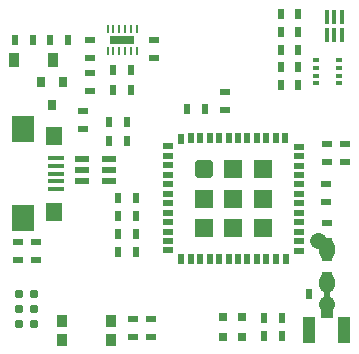
<source format=gtp>
G04*
G04 #@! TF.GenerationSoftware,Altium Limited,Altium Designer,19.0.14 (431)*
G04*
G04 Layer_Color=8421504*
%FSAX25Y25*%
%MOIN*%
G70*
G01*
G75*
%ADD17R,0.01929X0.03740*%
%ADD18R,0.03780X0.01968*%
%ADD19R,0.03740X0.01929*%
%ADD20R,0.03740X0.01929*%
%ADD21R,0.04724X0.02362*%
%ADD22R,0.07480X0.09055*%
%ADD23R,0.05512X0.06299*%
%ADD24R,0.05512X0.01575*%
%ADD25R,0.01378X0.04724*%
%ADD26R,0.01929X0.01772*%
%ADD27R,0.02362X0.03543*%
%ADD28R,0.03543X0.02362*%
%ADD29R,0.00984X0.02756*%
%ADD30R,0.07874X0.03110*%
%ADD31R,0.03583X0.04803*%
%ADD32R,0.03150X0.03543*%
%ADD33R,0.03150X0.03150*%
G04:AMPARAMS|DCode=34|XSize=59.06mil|YSize=59.06mil|CornerRadius=5.91mil|HoleSize=0mil|Usage=FLASHONLY|Rotation=0.000|XOffset=0mil|YOffset=0mil|HoleType=Round|Shape=RoundedRectangle|*
%AMROUNDEDRECTD34*
21,1,0.05906,0.04724,0,0,0.0*
21,1,0.04724,0.05906,0,0,0.0*
1,1,0.01181,0.02362,-0.02362*
1,1,0.01181,-0.02362,-0.02362*
1,1,0.01181,-0.02362,0.02362*
1,1,0.01181,0.02362,0.02362*
%
%ADD34ROUNDEDRECTD34*%
%ADD35R,0.05906X0.05906*%
%ADD36R,0.03937X0.03937*%
%ADD37R,0.04134X0.08661*%
%ADD38C,0.03098*%
%ADD39R,0.03543X0.03937*%
%ADD40C,0.05200*%
D17*
X0801500Y0660327D02*
D03*
X0798311D02*
D03*
X0795161D02*
D03*
X0792012Y0660327D02*
D03*
X0788862Y0660327D02*
D03*
X0785713D02*
D03*
X0782563Y0660327D02*
D03*
X0779453Y0660327D02*
D03*
X0776303Y0660327D02*
D03*
X0773153Y0660327D02*
D03*
X0770004D02*
D03*
X0766815Y0660287D02*
D03*
X0801657Y0620287D02*
D03*
X0798350Y0620287D02*
D03*
X0795161D02*
D03*
X0792012Y0620287D02*
D03*
X0788862D02*
D03*
X0785713D02*
D03*
X0782563Y0620287D02*
D03*
X0779413Y0620287D02*
D03*
X0776303Y0620287D02*
D03*
X0773153Y0620287D02*
D03*
X0769965D02*
D03*
X0766815D02*
D03*
D18*
X0805929Y0622945D02*
D03*
Y0626094D02*
D03*
Y0629244D02*
D03*
Y0632394D02*
D03*
Y0635543D02*
D03*
Y0638693D02*
D03*
Y0641843D02*
D03*
Y0644992D02*
D03*
Y0648142D02*
D03*
Y0651291D02*
D03*
Y0654441D02*
D03*
Y0657590D02*
D03*
X0762386Y0657630D02*
D03*
D19*
X0762366Y0622965D02*
D03*
Y0626114D02*
D03*
Y0629264D02*
D03*
Y0632413D02*
D03*
Y0635563D02*
D03*
Y0638713D02*
D03*
Y0641862D02*
D03*
Y0645012D02*
D03*
Y0651311D02*
D03*
Y0654500D02*
D03*
D20*
X0762366Y0648162D02*
D03*
D21*
X0742827Y0645996D02*
D03*
Y0649736D02*
D03*
Y0653476D02*
D03*
X0733772Y0645996D02*
D03*
Y0649736D02*
D03*
Y0653476D02*
D03*
D22*
X0713890Y0633791D02*
D03*
Y0663319D02*
D03*
D23*
X0724224Y0661154D02*
D03*
Y0635957D02*
D03*
D24*
X0725110Y0653673D02*
D03*
Y0651114D02*
D03*
Y0648555D02*
D03*
Y0645996D02*
D03*
Y0643437D02*
D03*
D25*
X0820386Y0700819D02*
D03*
X0817827D02*
D03*
X0815268D02*
D03*
X0820386Y0694913D02*
D03*
X0817827D02*
D03*
X0815268D02*
D03*
D26*
X0811862Y0678673D02*
D03*
Y0686350D02*
D03*
Y0683791D02*
D03*
Y0681232D02*
D03*
X0819500Y0678673D02*
D03*
Y0686350D02*
D03*
Y0683791D02*
D03*
Y0681232D02*
D03*
D27*
X0717236Y0693043D02*
D03*
X0711331D02*
D03*
X0729047D02*
D03*
X0723142D02*
D03*
X0750110Y0683201D02*
D03*
X0744205D02*
D03*
Y0676508D02*
D03*
X0750110D02*
D03*
X0799913Y0701902D02*
D03*
X0805819D02*
D03*
X0799913Y0695898D02*
D03*
X0805819D02*
D03*
X0799913Y0689894D02*
D03*
X0805819D02*
D03*
X0799913Y0683988D02*
D03*
X0805819D02*
D03*
X0799913Y0678083D02*
D03*
X0805819D02*
D03*
X0794402Y0600524D02*
D03*
X0800307D02*
D03*
X0794402Y0594520D02*
D03*
X0800307D02*
D03*
X0748732Y0665681D02*
D03*
X0742827D02*
D03*
X0748732Y0659579D02*
D03*
X0742827D02*
D03*
X0745780Y0640469D02*
D03*
X0751685D02*
D03*
X0745780Y0634579D02*
D03*
X0751685D02*
D03*
X0745780Y0628594D02*
D03*
X0751685D02*
D03*
X0745780Y0622591D02*
D03*
X0751685D02*
D03*
X0774717Y0670209D02*
D03*
X0768811D02*
D03*
X0809362Y0608398D02*
D03*
X0815268D02*
D03*
D28*
X0736528Y0693043D02*
D03*
Y0687138D02*
D03*
Y0682020D02*
D03*
Y0676114D02*
D03*
X0734165Y0669421D02*
D03*
Y0663516D02*
D03*
X0757787Y0693043D02*
D03*
Y0687138D02*
D03*
X0815268Y0652394D02*
D03*
Y0658299D02*
D03*
X0821370Y0652394D02*
D03*
Y0658299D02*
D03*
X0781410Y0669815D02*
D03*
Y0675721D02*
D03*
X0815169Y0639205D02*
D03*
Y0645110D02*
D03*
X0815268Y0632020D02*
D03*
Y0626114D02*
D03*
Y0620602D02*
D03*
Y0614697D02*
D03*
X0756606Y0600130D02*
D03*
Y0594224D02*
D03*
X0750602D02*
D03*
Y0600130D02*
D03*
X0718417Y0625721D02*
D03*
Y0619815D02*
D03*
X0712512D02*
D03*
Y0625721D02*
D03*
D29*
X0742236Y0689303D02*
D03*
X0744205D02*
D03*
X0746173D02*
D03*
X0748142D02*
D03*
X0750110D02*
D03*
X0752079D02*
D03*
X0742236Y0696783D02*
D03*
X0744205D02*
D03*
X0746173D02*
D03*
X0748142D02*
D03*
X0750110D02*
D03*
X0752079D02*
D03*
D30*
X0747157Y0693043D02*
D03*
D31*
X0723894Y0686350D02*
D03*
X0711020D02*
D03*
D32*
X0727465Y0679264D02*
D03*
X0719984D02*
D03*
X0723724Y0671390D02*
D03*
D33*
X0780819Y0600721D02*
D03*
X0787118D02*
D03*
X0780819Y0594224D02*
D03*
X0787118D02*
D03*
D34*
X0774323Y0650130D02*
D03*
D35*
X0784165Y0650130D02*
D03*
X0794008Y0650130D02*
D03*
X0774323Y0640287D02*
D03*
X0784165D02*
D03*
X0794008D02*
D03*
X0774224Y0630445D02*
D03*
X0784165D02*
D03*
X0794008D02*
D03*
D36*
X0815268Y0602492D02*
D03*
D37*
X0809461Y0596587D02*
D03*
X0821075D02*
D03*
D38*
X0712728Y0608378D02*
D03*
X0717728D02*
D03*
X0712728Y0603378D02*
D03*
X0717728D02*
D03*
X0712728Y0598378D02*
D03*
X0717728D02*
D03*
D39*
X0743221Y0599539D02*
D03*
X0727079D02*
D03*
Y0593240D02*
D03*
X0743221D02*
D03*
D40*
X0812413Y0626094D02*
X0812807D01*
X0815268Y0622571D02*
Y0624146D01*
Y0611547D02*
Y0612728D01*
Y0604854D02*
Y0605248D01*
M02*

</source>
